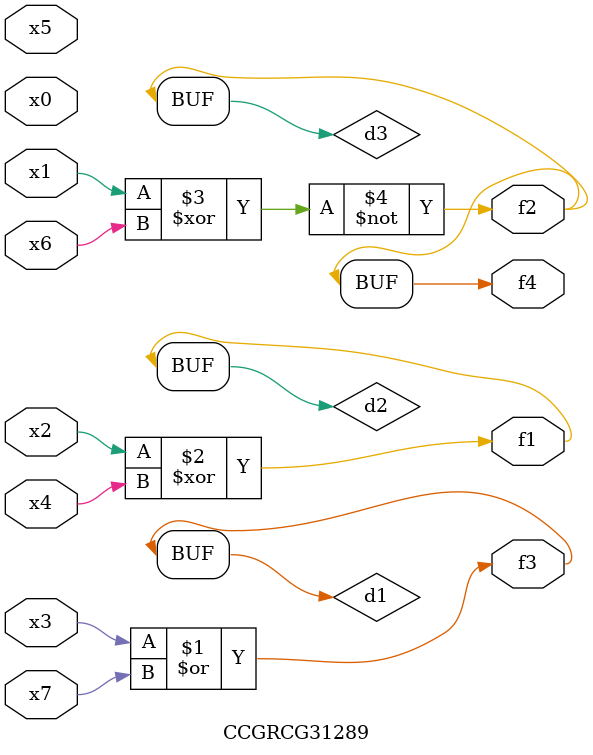
<source format=v>
module CCGRCG31289(
	input x0, x1, x2, x3, x4, x5, x6, x7,
	output f1, f2, f3, f4
);

	wire d1, d2, d3;

	or (d1, x3, x7);
	xor (d2, x2, x4);
	xnor (d3, x1, x6);
	assign f1 = d2;
	assign f2 = d3;
	assign f3 = d1;
	assign f4 = d3;
endmodule

</source>
